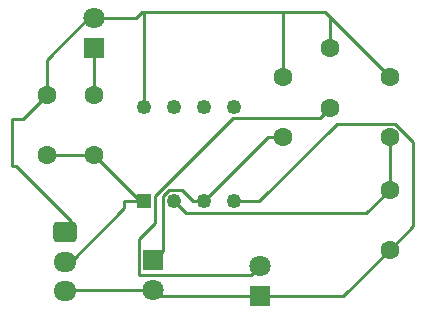
<source format=gbr>
%TF.GenerationSoftware,KiCad,Pcbnew,(6.0.8)*%
%TF.CreationDate,2022-11-16T15:32:54+01:00*%
%TF.ProjectId,l_g_d,6c5f675f-642e-46b6-9963-61645f706362,rev?*%
%TF.SameCoordinates,Original*%
%TF.FileFunction,Copper,L1,Top*%
%TF.FilePolarity,Positive*%
%FSLAX46Y46*%
G04 Gerber Fmt 4.6, Leading zero omitted, Abs format (unit mm)*
G04 Created by KiCad (PCBNEW (6.0.8)) date 2022-11-16 15:32:54*
%MOMM*%
%LPD*%
G01*
G04 APERTURE LIST*
G04 Aperture macros list*
%AMRoundRect*
0 Rectangle with rounded corners*
0 $1 Rounding radius*
0 $2 $3 $4 $5 $6 $7 $8 $9 X,Y pos of 4 corners*
0 Add a 4 corners polygon primitive as box body*
4,1,4,$2,$3,$4,$5,$6,$7,$8,$9,$2,$3,0*
0 Add four circle primitives for the rounded corners*
1,1,$1+$1,$2,$3*
1,1,$1+$1,$4,$5*
1,1,$1+$1,$6,$7*
1,1,$1+$1,$8,$9*
0 Add four rect primitives between the rounded corners*
20,1,$1+$1,$2,$3,$4,$5,0*
20,1,$1+$1,$4,$5,$6,$7,0*
20,1,$1+$1,$6,$7,$8,$9,0*
20,1,$1+$1,$8,$9,$2,$3,0*%
G04 Aperture macros list end*
%TA.AperFunction,ComponentPad*%
%ADD10RoundRect,0.250000X-0.725000X0.600000X-0.725000X-0.600000X0.725000X-0.600000X0.725000X0.600000X0*%
%TD*%
%TA.AperFunction,ComponentPad*%
%ADD11O,1.950000X1.700000*%
%TD*%
%TA.AperFunction,ComponentPad*%
%ADD12R,1.800000X1.800000*%
%TD*%
%TA.AperFunction,ComponentPad*%
%ADD13C,1.800000*%
%TD*%
%TA.AperFunction,ComponentPad*%
%ADD14C,1.600000*%
%TD*%
%TA.AperFunction,ComponentPad*%
%ADD15R,1.250000X1.250000*%
%TD*%
%TA.AperFunction,ComponentPad*%
%ADD16C,1.250000*%
%TD*%
%TA.AperFunction,Conductor*%
%ADD17C,0.250000*%
%TD*%
G04 APERTURE END LIST*
D10*
%TO.P,J1,1,Pin_1*%
%TO.N,VCC*%
X133525000Y-82600000D03*
D11*
%TO.P,J1,2,Pin_2*%
%TO.N,Net-(J1-Pad2)*%
X133525000Y-85100000D03*
%TO.P,J1,3,Pin_3*%
%TO.N,GND*%
X133525000Y-87600000D03*
%TD*%
D12*
%TO.P,Q1,1,C*%
%TO.N,Net-(Q1-Pad1)*%
X141000000Y-85000000D03*
D13*
%TO.P,Q1,2,E*%
%TO.N,GND*%
X141000000Y-87540000D03*
%TD*%
D14*
%TO.P,RD2,1*%
%TO.N,Net-(RD1-Pad2)*%
X161000000Y-79000000D03*
%TO.P,RD2,2*%
%TO.N,GND*%
X161000000Y-84080000D03*
%TD*%
%TO.P,RD1,1*%
%TO.N,VCC*%
X161000000Y-69465000D03*
%TO.P,RD1,2*%
%TO.N,Net-(RD1-Pad2)*%
X161000000Y-74545000D03*
%TD*%
D12*
%TO.P,D1,1,K*%
%TO.N,Net-(D1-Pad1)*%
X136000000Y-67000000D03*
D13*
%TO.P,D1,2,A*%
%TO.N,VCC*%
X136000000Y-64460000D03*
%TD*%
D15*
%TO.P,U1,1,1OUT*%
%TO.N,Net-(J1-Pad2)*%
X140190000Y-79970000D03*
D16*
%TO.P,U1,2,1IN\u2212*%
%TO.N,Net-(RD1-Pad2)*%
X142730000Y-79970000D03*
%TO.P,U1,3,1IN+*%
%TO.N,Net-(Q1-Pad1)*%
X145270000Y-79970000D03*
%TO.P,U1,4,GND*%
%TO.N,GND*%
X147810000Y-79970000D03*
%TO.P,U1,5*%
%TO.N,N/C*%
X147810000Y-72030000D03*
%TO.P,U1,6*%
X145270000Y-72030000D03*
%TO.P,U1,7*%
X142730000Y-72030000D03*
%TO.P,U1,8,VCC*%
%TO.N,VCC*%
X140190000Y-72030000D03*
%TD*%
D14*
%TO.P,R3,1*%
%TO.N,Net-(Q1-Pad1)*%
X152000000Y-74535000D03*
%TO.P,R3,2*%
%TO.N,VCC*%
X152000000Y-69455000D03*
%TD*%
D12*
%TO.P,IRLED1,1,K*%
%TO.N,GND*%
X150000000Y-88000000D03*
D13*
%TO.P,IRLED1,2,A*%
%TO.N,Net-(IRLED1-Pad2)*%
X150000000Y-85460000D03*
%TD*%
D14*
%TO.P,R_IR_D1,1*%
%TO.N,VCC*%
X156000000Y-67000000D03*
%TO.P,R_IR_D1,2*%
%TO.N,Net-(IRLED1-Pad2)*%
X156000000Y-72080000D03*
%TD*%
%TO.P,R4,1*%
%TO.N,VCC*%
X132000000Y-71000000D03*
%TO.P,R4,2*%
%TO.N,Net-(J1-Pad2)*%
X132000000Y-76080000D03*
%TD*%
%TO.P,R_D1,1*%
%TO.N,Net-(D1-Pad1)*%
X136000000Y-71000000D03*
%TO.P,R_D1,2*%
%TO.N,Net-(J1-Pad2)*%
X136000000Y-76080000D03*
%TD*%
D17*
%TO.N,VCC*%
X155519396Y-64000000D02*
X155527198Y-63992198D01*
X140000000Y-64000000D02*
X155519396Y-64000000D01*
%TO.N,GND*%
X134060000Y-87540000D02*
X134000000Y-87600000D01*
X141000000Y-87540000D02*
X134060000Y-87540000D01*
%TO.N,Net-(J1-Pad2)*%
X138530000Y-79970000D02*
X138530000Y-80570000D01*
X138530000Y-80570000D02*
X134000000Y-85100000D01*
%TO.N,VCC*%
X129378860Y-77000000D02*
X129000000Y-77000000D01*
X134000000Y-81621140D02*
X129378860Y-77000000D01*
X134000000Y-82600000D02*
X134000000Y-81621140D01*
X139540000Y-64460000D02*
X140000000Y-64000000D01*
X136000000Y-64460000D02*
X139540000Y-64460000D01*
%TO.N,Net-(D1-Pad1)*%
X136000000Y-67000000D02*
X136000000Y-71000000D01*
%TO.N,VCC*%
X140190000Y-64190000D02*
X140000000Y-64000000D01*
X130000000Y-73000000D02*
X132000000Y-71000000D01*
X152000000Y-69455000D02*
X152000000Y-64000000D01*
X140190000Y-72030000D02*
X140190000Y-64190000D01*
X155527198Y-63992198D02*
X161000000Y-69465000D01*
X132000000Y-71000000D02*
X132000000Y-67992198D01*
X156000000Y-67000000D02*
X156000000Y-64465000D01*
X129000000Y-73000000D02*
X130000000Y-73000000D01*
X129000000Y-77000000D02*
X129000000Y-73000000D01*
X132000000Y-67992198D02*
X136000000Y-63992198D01*
X156000000Y-64465000D02*
X155527198Y-63992198D01*
%TO.N,GND*%
X163000000Y-82080000D02*
X161000000Y-84080000D01*
X157080000Y-88000000D02*
X161000000Y-84080000D01*
X163000000Y-74954009D02*
X163000000Y-82080000D01*
X147810000Y-79970000D02*
X149984009Y-79970000D01*
X150000000Y-88000000D02*
X157080000Y-88000000D01*
X141460000Y-88000000D02*
X141000000Y-87540000D01*
X149984009Y-79970000D02*
X156534009Y-73420000D01*
X150000000Y-88000000D02*
X141460000Y-88000000D01*
X156534009Y-73420000D02*
X161465991Y-73420000D01*
X161465991Y-73420000D02*
X163000000Y-74954009D01*
%TO.N,Net-(IRLED1-Pad2)*%
X141140000Y-81860000D02*
X139775000Y-83225000D01*
X147740101Y-72980000D02*
X141140000Y-79580101D01*
X149235000Y-86225000D02*
X150000000Y-85460000D01*
X155100000Y-72980000D02*
X147740101Y-72980000D01*
X141140000Y-79580101D02*
X141140000Y-81860000D01*
X139775000Y-83225000D02*
X139775000Y-86225000D01*
X139775000Y-86225000D02*
X149235000Y-86225000D01*
X156000000Y-72080000D02*
X155100000Y-72980000D01*
%TO.N,Net-(J1-Pad2)*%
X139890000Y-79970000D02*
X136000000Y-76080000D01*
X136000000Y-76080000D02*
X132000000Y-76080000D01*
X140190000Y-79970000D02*
X139890000Y-79970000D01*
X140190000Y-79970000D02*
X138530000Y-79970000D01*
%TO.N,Net-(Q1-Pad1)*%
X150705000Y-74535000D02*
X145270000Y-79970000D01*
X143436117Y-79020000D02*
X142336497Y-79020000D01*
X145270000Y-79970000D02*
X144386117Y-79970000D01*
X144386117Y-79970000D02*
X143436117Y-79020000D01*
X152000000Y-74535000D02*
X150705000Y-74535000D01*
X141780000Y-79576497D02*
X141780000Y-84220000D01*
X142336497Y-79020000D02*
X141780000Y-79576497D01*
X141780000Y-84220000D02*
X141000000Y-85000000D01*
%TO.N,Net-(RD1-Pad2)*%
X161000000Y-74545000D02*
X161000000Y-79000000D01*
X159000000Y-81000000D02*
X143760000Y-81000000D01*
X161000000Y-79000000D02*
X159000000Y-81000000D01*
X143760000Y-81000000D02*
X142730000Y-79970000D01*
%TD*%
M02*

</source>
